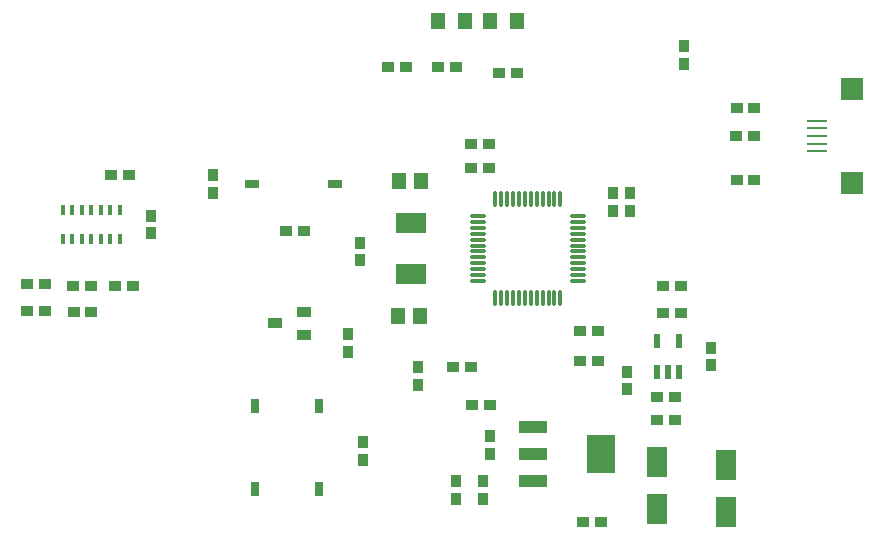
<source format=gtp>
G04*
G04 #@! TF.GenerationSoftware,Altium Limited,Altium Designer,21.3.2 (30)*
G04*
G04 Layer_Color=8421504*
%FSTAX24Y24*%
%MOIN*%
G70*
G04*
G04 #@! TF.SameCoordinates,0DAA6520-49A2-4E49-A6F4-E70CAC7CC759*
G04*
G04*
G04 #@! TF.FilePolarity,Positive*
G04*
G01*
G75*
%ADD25R,0.0374X0.0394*%
%ADD26R,0.0394X0.0374*%
%ADD27R,0.0315X0.0472*%
%ADD28R,0.0500X0.0550*%
%ADD29O,0.0118X0.0571*%
%ADD30R,0.0472X0.0335*%
%ADD31O,0.0571X0.0118*%
%ADD32R,0.0669X0.0984*%
%ADD33R,0.0700X0.0100*%
%ADD34R,0.0748X0.0748*%
%ADD35R,0.0244X0.0480*%
%ADD36R,0.1000X0.0700*%
G04:AMPARAMS|DCode=37|XSize=33.1mil|YSize=15.7mil|CornerRadius=3.9mil|HoleSize=0mil|Usage=FLASHONLY|Rotation=270.000|XOffset=0mil|YOffset=0mil|HoleType=Round|Shape=RoundedRectangle|*
%AMROUNDEDRECTD37*
21,1,0.0331,0.0079,0,0,270.0*
21,1,0.0252,0.0157,0,0,270.0*
1,1,0.0079,-0.0039,-0.0126*
1,1,0.0079,-0.0039,0.0126*
1,1,0.0079,0.0039,0.0126*
1,1,0.0079,0.0039,-0.0126*
%
%ADD37ROUNDEDRECTD37*%
%ADD38R,0.0472X0.0551*%
%ADD39R,0.0472X0.0315*%
%ADD40R,0.0945X0.0394*%
%ADD41R,0.0945X0.1299*%
D25*
X02825Y020445D02*
D03*
Y019855D02*
D03*
X02375Y02515D02*
D03*
Y025741D02*
D03*
X0371Y025141D02*
D03*
Y02455D02*
D03*
X02875Y016259D02*
D03*
Y01685D02*
D03*
X0306Y019345D02*
D03*
Y018755D02*
D03*
X04035Y019995D02*
D03*
Y019405D02*
D03*
X03755Y0192D02*
D03*
Y018609D02*
D03*
X033Y017045D02*
D03*
Y016455D02*
D03*
X02865Y022909D02*
D03*
Y0235D02*
D03*
X0217Y0244D02*
D03*
Y023809D02*
D03*
X03765Y02455D02*
D03*
Y025141D02*
D03*
X03945Y030045D02*
D03*
Y029455D02*
D03*
X03185Y015545D02*
D03*
Y014955D02*
D03*
X03275Y015541D02*
D03*
Y01495D02*
D03*
D26*
X041795Y02705D02*
D03*
X041205D02*
D03*
X026795Y0239D02*
D03*
X026205D02*
D03*
X0418Y028D02*
D03*
X041209D02*
D03*
X036005Y01955D02*
D03*
X036595D02*
D03*
X036005Y02055D02*
D03*
X036595D02*
D03*
X039141Y0176D02*
D03*
X03855D02*
D03*
X032405Y0181D02*
D03*
X032995D02*
D03*
X031841Y02935D02*
D03*
X03125D02*
D03*
X033305Y02915D02*
D03*
X033895D02*
D03*
X029605Y02935D02*
D03*
X030195D02*
D03*
X032345Y01935D02*
D03*
X031755D02*
D03*
X017564Y021207D02*
D03*
X018155D02*
D03*
X017555Y022107D02*
D03*
X018145D02*
D03*
X020505Y02205D02*
D03*
X021095D02*
D03*
X02035Y02575D02*
D03*
X020941D02*
D03*
X03855Y01835D02*
D03*
X039141D02*
D03*
X038759Y02205D02*
D03*
X03935D02*
D03*
X038759Y02115D02*
D03*
X03935D02*
D03*
X036105Y0142D02*
D03*
X036695D02*
D03*
X041209Y0256D02*
D03*
X0418D02*
D03*
X032359Y0268D02*
D03*
X03295D02*
D03*
X032359Y026D02*
D03*
X03295D02*
D03*
X019105Y02205D02*
D03*
X019695D02*
D03*
X019109Y0212D02*
D03*
X0197D02*
D03*
D27*
X0273Y01805D02*
D03*
Y015294D02*
D03*
X02515Y0153D02*
D03*
Y018056D02*
D03*
D28*
X03215Y0309D02*
D03*
X03125D02*
D03*
X0339D02*
D03*
X033D02*
D03*
D29*
X034545Y021637D02*
D03*
X033167Y024963D02*
D03*
X033364D02*
D03*
X033561D02*
D03*
X033758D02*
D03*
X033955D02*
D03*
X034152Y024963D02*
D03*
X034348D02*
D03*
X034545Y024963D02*
D03*
X034742D02*
D03*
X034939D02*
D03*
X035136D02*
D03*
X035333D02*
D03*
Y021637D02*
D03*
X035136D02*
D03*
X034939D02*
D03*
X034742D02*
D03*
X034348Y021637D02*
D03*
X034152D02*
D03*
X033955Y021637D02*
D03*
X033758D02*
D03*
X033561D02*
D03*
X033364D02*
D03*
X033167D02*
D03*
D30*
X026792Y021188D02*
D03*
X02679Y02043D02*
D03*
X025808Y020802D02*
D03*
D31*
X035913Y024383D02*
D03*
Y024186D02*
D03*
Y023989D02*
D03*
Y023792D02*
D03*
Y023595D02*
D03*
X035913Y023398D02*
D03*
Y023202D02*
D03*
X035913Y023005D02*
D03*
Y022808D02*
D03*
Y022611D02*
D03*
Y022414D02*
D03*
Y022217D02*
D03*
X032587D02*
D03*
Y022414D02*
D03*
Y022611D02*
D03*
Y022808D02*
D03*
Y023005D02*
D03*
X032587Y023202D02*
D03*
Y023398D02*
D03*
X032587Y023595D02*
D03*
Y023792D02*
D03*
Y023989D02*
D03*
Y024186D02*
D03*
Y024383D02*
D03*
D32*
X03855Y014613D02*
D03*
Y016187D02*
D03*
X04085Y014513D02*
D03*
Y016087D02*
D03*
D33*
X0439Y026538D02*
D03*
Y026794D02*
D03*
Y02705D02*
D03*
Y027306D02*
D03*
Y02755D02*
D03*
D34*
X045068Y025495D02*
D03*
Y028605D02*
D03*
D35*
X0393Y020231D02*
D03*
X038924Y0192D02*
D03*
X03855D02*
D03*
X039298D02*
D03*
X03855Y020231D02*
D03*
D36*
X03035Y02245D02*
D03*
Y02415D02*
D03*
D37*
X02033Y02457D02*
D03*
X020015D02*
D03*
X0197D02*
D03*
X019385D02*
D03*
X01907D02*
D03*
X018755D02*
D03*
Y02363D02*
D03*
X01907D02*
D03*
X019385D02*
D03*
X0197D02*
D03*
X020015D02*
D03*
X02033D02*
D03*
X020645D02*
D03*
Y02457D02*
D03*
D38*
X030672Y021051D02*
D03*
X029924D02*
D03*
X030698Y02555D02*
D03*
X02995D02*
D03*
D39*
X027828Y02545D02*
D03*
X025072D02*
D03*
D40*
X034408Y017356D02*
D03*
Y01645D02*
D03*
Y015544D02*
D03*
D41*
X036692Y01645D02*
D03*
M02*

</source>
